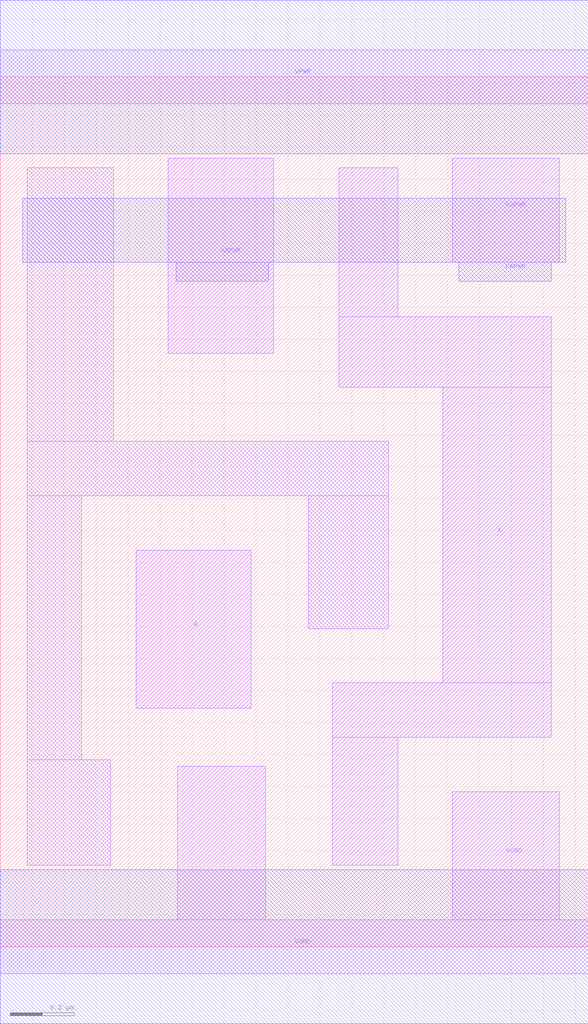
<source format=lef>
# Copyright 2020 The SkyWater PDK Authors
#
# Licensed under the Apache License, Version 2.0 (the "License");
# you may not use this file except in compliance with the License.
# You may obtain a copy of the License at
#
#     https://www.apache.org/licenses/LICENSE-2.0
#
# Unless required by applicable law or agreed to in writing, software
# distributed under the License is distributed on an "AS IS" BASIS,
# WITHOUT WARRANTIES OR CONDITIONS OF ANY KIND, either express or implied.
# See the License for the specific language governing permissions and
# limitations under the License.
#
# SPDX-License-Identifier: Apache-2.0

VERSION 5.5 ;
NAMESCASESENSITIVE ON ;
BUSBITCHARS "[]" ;
DIVIDERCHAR "/" ;
MACRO sky130_fd_sc_hd__lpflow_clkbufkapwr_2
  CLASS CORE ;
  SOURCE USER ;
  ORIGIN  0.000000  0.000000 ;
  SIZE  1.840000 BY  2.720000 ;
  SYMMETRY X Y R90 ;
  SITE unithd ;
  PIN A
    ANTENNAGATEAREA  0.213000 ;
    DIRECTION INPUT ;
    USE SIGNAL ;
    PORT
      LAYER li1 ;
        RECT 0.425000 0.745000 0.785000 1.240000 ;
    END
  END A
  PIN X
    ANTENNADIFFAREA  0.383400 ;
    DIRECTION OUTPUT ;
    USE SIGNAL ;
    PORT
      LAYER li1 ;
        RECT 1.040000 0.255000 1.245000 0.655000 ;
        RECT 1.040000 0.655000 1.725000 0.825000 ;
        RECT 1.060000 1.750000 1.725000 1.970000 ;
        RECT 1.060000 1.970000 1.245000 2.435000 ;
        RECT 1.385000 0.825000 1.725000 1.750000 ;
    END
  END X
  PIN KAPWR
    DIRECTION INOUT ;
    SHAPE ABUTMENT ;
    USE POWER ;
    PORT
      LAYER li1 ;
        RECT 0.525000 1.855000 0.855000 2.465000 ;
    END
    PORT
      LAYER li1 ;
        RECT 1.415000 2.140000 1.750000 2.465000 ;
    END
    PORT
      LAYER met1 ;
        RECT 0.070000 2.140000 1.770000 2.340000 ;
        RECT 0.550000 2.080000 0.840000 2.140000 ;
        RECT 1.435000 2.080000 1.725000 2.140000 ;
    END
  END KAPWR
  PIN VGND
    DIRECTION INOUT ;
    SHAPE ABUTMENT ;
    USE GROUND ;
    PORT
      LAYER li1 ;
        RECT 0.000000 -0.085000 1.840000 0.085000 ;
        RECT 0.555000  0.085000 0.830000 0.565000 ;
        RECT 1.415000  0.085000 1.750000 0.485000 ;
    END
    PORT
      LAYER met1 ;
        RECT 0.000000 -0.240000 1.840000 0.240000 ;
    END
  END VGND
  PIN VPWR
    DIRECTION INOUT ;
    SHAPE ABUTMENT ;
    USE POWER ;
    PORT
      LAYER li1 ;
        RECT 0.000000 2.635000 1.840000 2.805000 ;
    END
    PORT
      LAYER met1 ;
        RECT 0.000000 2.480000 1.840000 2.960000 ;
    END
  END VPWR
  OBS
    LAYER li1 ;
      RECT 0.085000 0.255000 0.345000 0.585000 ;
      RECT 0.085000 0.585000 0.255000 1.410000 ;
      RECT 0.085000 1.410000 1.215000 1.580000 ;
      RECT 0.085000 1.580000 0.355000 2.435000 ;
      RECT 0.965000 0.995000 1.215000 1.410000 ;
  END
END sky130_fd_sc_hd__lpflow_clkbufkapwr_2
END LIBRARY

</source>
